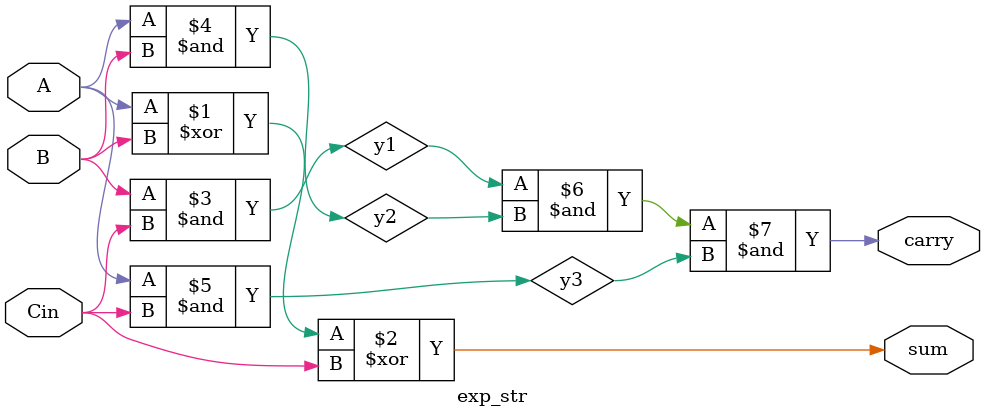
<source format=v>

module exp_str(sum, carry, A, B, Cin);
input A, B, Cin; output sum, carry;
xor g1(sum, A, B, Cin);
wire y1, y2, y3;
and g2(y1, B, Cin);
and g3(y2, A, B);
and g4(y3, A, Cin);
and g5(carry, y1, y2, y3);
endmodule
</source>
